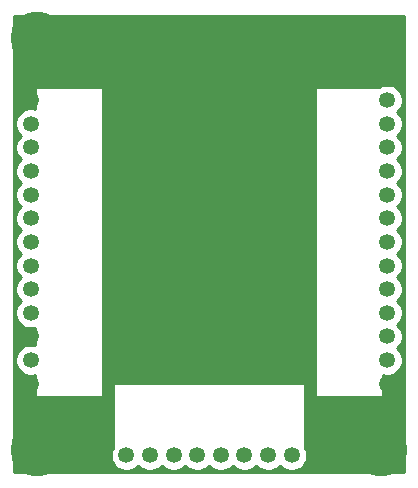
<source format=gbr>
%TF.GenerationSoftware,KiCad,Pcbnew,(5.1.6)-1*%
%TF.CreationDate,2021-04-01T07:08:55+01:00*%
%TF.ProjectId,xbeesxadapter,78626565-7378-4616-9461-707465722e6b,rev?*%
%TF.SameCoordinates,Original*%
%TF.FileFunction,Copper,L2,Bot*%
%TF.FilePolarity,Positive*%
%FSLAX46Y46*%
G04 Gerber Fmt 4.6, Leading zero omitted, Abs format (unit mm)*
G04 Created by KiCad (PCBNEW (5.1.6)-1) date 2021-04-01 07:08:55*
%MOMM*%
%LPD*%
G01*
G04 APERTURE LIST*
%TA.AperFunction,ComponentPad*%
%ADD10R,2.790000X2.790000*%
%TD*%
%TA.AperFunction,ComponentPad*%
%ADD11C,1.350000*%
%TD*%
%TA.AperFunction,ComponentPad*%
%ADD12C,4.500000*%
%TD*%
%TA.AperFunction,Conductor*%
%ADD13C,0.500000*%
%TD*%
%TA.AperFunction,Conductor*%
%ADD14C,0.250000*%
%TD*%
%TA.AperFunction,Conductor*%
%ADD15C,0.254000*%
%TD*%
G04 APERTURE END LIST*
D10*
%TO.P,U1,M*%
%TO.N,GND*%
X143807500Y-57709500D03*
D11*
%TO.P,U1,1*%
X133600000Y-54780000D03*
%TO.P,U1,2*%
%TO.N,Net-(U1-Pad2)*%
X133600000Y-56780000D03*
%TO.P,U1,3*%
%TO.N,Net-(U1-Pad3)*%
X133600000Y-58780000D03*
%TO.P,U1,4*%
%TO.N,Net-(U1-Pad4)*%
X133600000Y-60780000D03*
%TO.P,U1,5*%
%TO.N,Net-(U1-Pad5)*%
X133600000Y-62780000D03*
%TO.P,U1,6*%
%TO.N,Net-(U1-Pad6)*%
X133600000Y-64780000D03*
%TO.P,U1,7*%
%TO.N,Net-(U1-Pad7)*%
X133600000Y-66780000D03*
%TO.P,U1,8*%
%TO.N,Net-(U1-Pad8)*%
X133600000Y-68780000D03*
%TO.P,U1,9*%
%TO.N,Net-(U1-Pad9)*%
X133600000Y-70780000D03*
%TO.P,U1,10*%
%TO.N,Net-(U1-Pad10)*%
X133600000Y-72780000D03*
%TO.P,U1,11*%
%TO.N,GND*%
X133600000Y-74780000D03*
%TO.P,U1,12*%
%TO.N,Net-(U1-Pad12)*%
X133600000Y-76780000D03*
%TO.P,U1,13*%
%TO.N,GND*%
X133600000Y-78780000D03*
%TO.P,U1,14*%
%TO.N,Net-(U1-Pad14)*%
X141700000Y-84862000D03*
%TO.P,U1,15*%
%TO.N,Net-(U1-Pad15)*%
X143700000Y-84862000D03*
%TO.P,U1,16*%
%TO.N,Net-(U1-Pad16)*%
X145700000Y-84862000D03*
%TO.P,U1,17*%
%TO.N,Net-(U1-Pad17)*%
X147700000Y-84862000D03*
%TO.P,U1,18*%
%TO.N,Net-(U1-Pad18)*%
X149700000Y-84862000D03*
%TO.P,U1,19*%
%TO.N,Net-(U1-Pad19)*%
X151700000Y-84862000D03*
%TO.P,U1,20*%
%TO.N,Net-(U1-Pad20)*%
X153700000Y-84862000D03*
%TO.P,U1,21*%
%TO.N,Net-(U1-Pad21)*%
X155700000Y-84862000D03*
%TO.P,U1,22*%
%TO.N,GND*%
X163800000Y-78780000D03*
%TO.P,U1,23*%
%TO.N,Net-(U1-Pad23)*%
X163800000Y-76780000D03*
%TO.P,U1,24*%
%TO.N,Net-(U1-Pad24)*%
X163800000Y-74780000D03*
%TO.P,U1,25*%
%TO.N,Net-(U1-Pad25)*%
X163800000Y-72780000D03*
%TO.P,U1,26*%
%TO.N,Net-(U1-Pad26)*%
X163800000Y-70780000D03*
%TO.P,U1,27*%
%TO.N,Net-(U1-Pad27)*%
X163800000Y-68780000D03*
%TO.P,U1,28*%
%TO.N,Net-(U1-Pad28)*%
X163800000Y-66780000D03*
%TO.P,U1,29*%
%TO.N,Net-(U1-Pad29)*%
X163800000Y-64780000D03*
%TO.P,U1,30*%
%TO.N,Net-(U1-Pad30)*%
X163800000Y-62780000D03*
%TO.P,U1,31*%
%TO.N,Net-(U1-Pad31)*%
X163800000Y-60780000D03*
%TO.P,U1,32*%
%TO.N,Net-(U1-Pad32)*%
X163800000Y-58780000D03*
%TO.P,U1,33*%
%TO.N,Net-(U1-Pad33)*%
X163800000Y-56780000D03*
%TO.P,U1,34*%
%TO.N,Net-(U1-Pad34)*%
X163800000Y-54780000D03*
D12*
%TO.P,U1,M*%
%TO.N,GND*%
X163300000Y-84380000D03*
X134100000Y-84380000D03*
X134100000Y-49530000D03*
%TD*%
D13*
%TO.N,GND*%
X136700000Y-81780000D02*
X134100000Y-84380000D01*
X143708500Y-57745000D02*
X143708500Y-73771500D01*
X143708500Y-73771500D02*
X140200000Y-77280000D01*
X140200000Y-77280000D02*
X140200000Y-81780000D01*
X140200000Y-81780000D02*
X136700000Y-81780000D01*
D14*
X132250000Y-77430000D02*
X133600000Y-78780000D01*
X132250000Y-76130000D02*
X132250000Y-77430000D01*
X133600000Y-74780000D02*
X132250000Y-76130000D01*
D13*
X143708500Y-73788500D02*
X143708500Y-73771500D01*
X146200000Y-76280000D02*
X143708500Y-73788500D01*
X155200000Y-76280000D02*
X146200000Y-76280000D01*
X157200000Y-78280000D02*
X155200000Y-76280000D01*
X158200000Y-81780000D02*
X157200000Y-80780000D01*
X160700000Y-81780000D02*
X158200000Y-81780000D01*
X157200000Y-80780000D02*
X157200000Y-78280000D01*
X163300000Y-84380000D02*
X160700000Y-81780000D01*
X135950000Y-49530000D02*
X134100000Y-49530000D01*
X143708500Y-57288500D02*
X135950000Y-49530000D01*
X143708500Y-57745000D02*
X143708500Y-57288500D01*
%TD*%
D15*
%TO.N,GND*%
G36*
X165170001Y-86250000D02*
G01*
X132230000Y-86250000D01*
X132230000Y-84732976D01*
X140390000Y-84732976D01*
X140390000Y-84991024D01*
X140440342Y-85244113D01*
X140539093Y-85482518D01*
X140682456Y-85697077D01*
X140864923Y-85879544D01*
X141079482Y-86022907D01*
X141317887Y-86121658D01*
X141570976Y-86172000D01*
X141829024Y-86172000D01*
X142082113Y-86121658D01*
X142320518Y-86022907D01*
X142535077Y-85879544D01*
X142700000Y-85714621D01*
X142864923Y-85879544D01*
X143079482Y-86022907D01*
X143317887Y-86121658D01*
X143570976Y-86172000D01*
X143829024Y-86172000D01*
X144082113Y-86121658D01*
X144320518Y-86022907D01*
X144535077Y-85879544D01*
X144700000Y-85714621D01*
X144864923Y-85879544D01*
X145079482Y-86022907D01*
X145317887Y-86121658D01*
X145570976Y-86172000D01*
X145829024Y-86172000D01*
X146082113Y-86121658D01*
X146320518Y-86022907D01*
X146535077Y-85879544D01*
X146700000Y-85714621D01*
X146864923Y-85879544D01*
X147079482Y-86022907D01*
X147317887Y-86121658D01*
X147570976Y-86172000D01*
X147829024Y-86172000D01*
X148082113Y-86121658D01*
X148320518Y-86022907D01*
X148535077Y-85879544D01*
X148700000Y-85714621D01*
X148864923Y-85879544D01*
X149079482Y-86022907D01*
X149317887Y-86121658D01*
X149570976Y-86172000D01*
X149829024Y-86172000D01*
X150082113Y-86121658D01*
X150320518Y-86022907D01*
X150535077Y-85879544D01*
X150700000Y-85714621D01*
X150864923Y-85879544D01*
X151079482Y-86022907D01*
X151317887Y-86121658D01*
X151570976Y-86172000D01*
X151829024Y-86172000D01*
X152082113Y-86121658D01*
X152320518Y-86022907D01*
X152535077Y-85879544D01*
X152700000Y-85714621D01*
X152864923Y-85879544D01*
X153079482Y-86022907D01*
X153317887Y-86121658D01*
X153570976Y-86172000D01*
X153829024Y-86172000D01*
X154082113Y-86121658D01*
X154320518Y-86022907D01*
X154535077Y-85879544D01*
X154700000Y-85714621D01*
X154864923Y-85879544D01*
X155079482Y-86022907D01*
X155317887Y-86121658D01*
X155570976Y-86172000D01*
X155829024Y-86172000D01*
X156082113Y-86121658D01*
X156320518Y-86022907D01*
X156535077Y-85879544D01*
X156717544Y-85697077D01*
X156860907Y-85482518D01*
X156959658Y-85244113D01*
X157010000Y-84991024D01*
X157010000Y-84732976D01*
X156959658Y-84479887D01*
X156860907Y-84241482D01*
X156827000Y-84190736D01*
X156827000Y-78862000D01*
X156824560Y-78837224D01*
X156817333Y-78813399D01*
X156805597Y-78791443D01*
X156789803Y-78772197D01*
X156770557Y-78756403D01*
X156748601Y-78744667D01*
X156724776Y-78737440D01*
X156700000Y-78735000D01*
X140700000Y-78735000D01*
X140675224Y-78737440D01*
X140651399Y-78744667D01*
X140629443Y-78756403D01*
X140610197Y-78772197D01*
X140594403Y-78791443D01*
X140582667Y-78813399D01*
X140575440Y-78837224D01*
X140573000Y-78862000D01*
X140573000Y-84190736D01*
X140539093Y-84241482D01*
X140440342Y-84479887D01*
X140390000Y-84732976D01*
X132230000Y-84732976D01*
X132230000Y-56650976D01*
X132290000Y-56650976D01*
X132290000Y-56909024D01*
X132340342Y-57162113D01*
X132439093Y-57400518D01*
X132582456Y-57615077D01*
X132747379Y-57780000D01*
X132582456Y-57944923D01*
X132439093Y-58159482D01*
X132340342Y-58397887D01*
X132290000Y-58650976D01*
X132290000Y-58909024D01*
X132340342Y-59162113D01*
X132439093Y-59400518D01*
X132582456Y-59615077D01*
X132747379Y-59780000D01*
X132582456Y-59944923D01*
X132439093Y-60159482D01*
X132340342Y-60397887D01*
X132290000Y-60650976D01*
X132290000Y-60909024D01*
X132340342Y-61162113D01*
X132439093Y-61400518D01*
X132582456Y-61615077D01*
X132747379Y-61780000D01*
X132582456Y-61944923D01*
X132439093Y-62159482D01*
X132340342Y-62397887D01*
X132290000Y-62650976D01*
X132290000Y-62909024D01*
X132340342Y-63162113D01*
X132439093Y-63400518D01*
X132582456Y-63615077D01*
X132747379Y-63780000D01*
X132582456Y-63944923D01*
X132439093Y-64159482D01*
X132340342Y-64397887D01*
X132290000Y-64650976D01*
X132290000Y-64909024D01*
X132340342Y-65162113D01*
X132439093Y-65400518D01*
X132582456Y-65615077D01*
X132747379Y-65780000D01*
X132582456Y-65944923D01*
X132439093Y-66159482D01*
X132340342Y-66397887D01*
X132290000Y-66650976D01*
X132290000Y-66909024D01*
X132340342Y-67162113D01*
X132439093Y-67400518D01*
X132582456Y-67615077D01*
X132747379Y-67780000D01*
X132582456Y-67944923D01*
X132439093Y-68159482D01*
X132340342Y-68397887D01*
X132290000Y-68650976D01*
X132290000Y-68909024D01*
X132340342Y-69162113D01*
X132439093Y-69400518D01*
X132582456Y-69615077D01*
X132747379Y-69780000D01*
X132582456Y-69944923D01*
X132439093Y-70159482D01*
X132340342Y-70397887D01*
X132290000Y-70650976D01*
X132290000Y-70909024D01*
X132340342Y-71162113D01*
X132439093Y-71400518D01*
X132582456Y-71615077D01*
X132747379Y-71780000D01*
X132582456Y-71944923D01*
X132439093Y-72159482D01*
X132340342Y-72397887D01*
X132290000Y-72650976D01*
X132290000Y-72909024D01*
X132340342Y-73162113D01*
X132439093Y-73400518D01*
X132582456Y-73615077D01*
X132764923Y-73797544D01*
X132979482Y-73940907D01*
X133217887Y-74039658D01*
X133470976Y-74090000D01*
X133729024Y-74090000D01*
X133973000Y-74041471D01*
X133973000Y-75518529D01*
X133729024Y-75470000D01*
X133470976Y-75470000D01*
X133217887Y-75520342D01*
X132979482Y-75619093D01*
X132764923Y-75762456D01*
X132582456Y-75944923D01*
X132439093Y-76159482D01*
X132340342Y-76397887D01*
X132290000Y-76650976D01*
X132290000Y-76909024D01*
X132340342Y-77162113D01*
X132439093Y-77400518D01*
X132582456Y-77615077D01*
X132764923Y-77797544D01*
X132979482Y-77940907D01*
X133217887Y-78039658D01*
X133470976Y-78090000D01*
X133729024Y-78090000D01*
X133973000Y-78041471D01*
X133973000Y-79780000D01*
X133975440Y-79804776D01*
X133982667Y-79828601D01*
X133994403Y-79850557D01*
X134010197Y-79869803D01*
X134029443Y-79885597D01*
X134051399Y-79897333D01*
X134075224Y-79904560D01*
X134100000Y-79907000D01*
X139600000Y-79907000D01*
X139624776Y-79904560D01*
X139648601Y-79897333D01*
X139670557Y-79885597D01*
X139689803Y-79869803D01*
X139705597Y-79850557D01*
X139717333Y-79828601D01*
X139724560Y-79804776D01*
X139727000Y-79780000D01*
X139727000Y-53780000D01*
X157673000Y-53780000D01*
X157673000Y-79780000D01*
X157675440Y-79804776D01*
X157682667Y-79828601D01*
X157694403Y-79850557D01*
X157710197Y-79869803D01*
X157729443Y-79885597D01*
X157751399Y-79897333D01*
X157775224Y-79904560D01*
X157800000Y-79907000D01*
X163300000Y-79907000D01*
X163324776Y-79904560D01*
X163348601Y-79897333D01*
X163370557Y-79885597D01*
X163389803Y-79869803D01*
X163405597Y-79850557D01*
X163417333Y-79828601D01*
X163424560Y-79804776D01*
X163427000Y-79780000D01*
X163427000Y-78041471D01*
X163670976Y-78090000D01*
X163929024Y-78090000D01*
X164182113Y-78039658D01*
X164420518Y-77940907D01*
X164635077Y-77797544D01*
X164817544Y-77615077D01*
X164960907Y-77400518D01*
X165059658Y-77162113D01*
X165110000Y-76909024D01*
X165110000Y-76650976D01*
X165059658Y-76397887D01*
X164960907Y-76159482D01*
X164817544Y-75944923D01*
X164652621Y-75780000D01*
X164817544Y-75615077D01*
X164960907Y-75400518D01*
X165059658Y-75162113D01*
X165110000Y-74909024D01*
X165110000Y-74650976D01*
X165059658Y-74397887D01*
X164960907Y-74159482D01*
X164817544Y-73944923D01*
X164652621Y-73780000D01*
X164817544Y-73615077D01*
X164960907Y-73400518D01*
X165059658Y-73162113D01*
X165110000Y-72909024D01*
X165110000Y-72650976D01*
X165059658Y-72397887D01*
X164960907Y-72159482D01*
X164817544Y-71944923D01*
X164652621Y-71780000D01*
X164817544Y-71615077D01*
X164960907Y-71400518D01*
X165059658Y-71162113D01*
X165110000Y-70909024D01*
X165110000Y-70650976D01*
X165059658Y-70397887D01*
X164960907Y-70159482D01*
X164817544Y-69944923D01*
X164652621Y-69780000D01*
X164817544Y-69615077D01*
X164960907Y-69400518D01*
X165059658Y-69162113D01*
X165110000Y-68909024D01*
X165110000Y-68650976D01*
X165059658Y-68397887D01*
X164960907Y-68159482D01*
X164817544Y-67944923D01*
X164652621Y-67780000D01*
X164817544Y-67615077D01*
X164960907Y-67400518D01*
X165059658Y-67162113D01*
X165110000Y-66909024D01*
X165110000Y-66650976D01*
X165059658Y-66397887D01*
X164960907Y-66159482D01*
X164817544Y-65944923D01*
X164652621Y-65780000D01*
X164817544Y-65615077D01*
X164960907Y-65400518D01*
X165059658Y-65162113D01*
X165110000Y-64909024D01*
X165110000Y-64650976D01*
X165059658Y-64397887D01*
X164960907Y-64159482D01*
X164817544Y-63944923D01*
X164652621Y-63780000D01*
X164817544Y-63615077D01*
X164960907Y-63400518D01*
X165059658Y-63162113D01*
X165110000Y-62909024D01*
X165110000Y-62650976D01*
X165059658Y-62397887D01*
X164960907Y-62159482D01*
X164817544Y-61944923D01*
X164652621Y-61780000D01*
X164817544Y-61615077D01*
X164960907Y-61400518D01*
X165059658Y-61162113D01*
X165110000Y-60909024D01*
X165110000Y-60650976D01*
X165059658Y-60397887D01*
X164960907Y-60159482D01*
X164817544Y-59944923D01*
X164652621Y-59780000D01*
X164817544Y-59615077D01*
X164960907Y-59400518D01*
X165059658Y-59162113D01*
X165110000Y-58909024D01*
X165110000Y-58650976D01*
X165059658Y-58397887D01*
X164960907Y-58159482D01*
X164817544Y-57944923D01*
X164652621Y-57780000D01*
X164817544Y-57615077D01*
X164960907Y-57400518D01*
X165059658Y-57162113D01*
X165110000Y-56909024D01*
X165110000Y-56650976D01*
X165059658Y-56397887D01*
X164960907Y-56159482D01*
X164817544Y-55944923D01*
X164652621Y-55780000D01*
X164817544Y-55615077D01*
X164960907Y-55400518D01*
X165059658Y-55162113D01*
X165110000Y-54909024D01*
X165110000Y-54650976D01*
X165059658Y-54397887D01*
X164960907Y-54159482D01*
X164817544Y-53944923D01*
X164635077Y-53762456D01*
X164420518Y-53619093D01*
X164182113Y-53520342D01*
X163929024Y-53470000D01*
X163670976Y-53470000D01*
X163417887Y-53520342D01*
X163179482Y-53619093D01*
X163128736Y-53653000D01*
X157800000Y-53653000D01*
X157775224Y-53655440D01*
X157751399Y-53662667D01*
X157729443Y-53674403D01*
X157710197Y-53690197D01*
X157694403Y-53709443D01*
X157682667Y-53731399D01*
X157675440Y-53755224D01*
X157673000Y-53780000D01*
X139727000Y-53780000D01*
X139724560Y-53755224D01*
X139717333Y-53731399D01*
X139705597Y-53709443D01*
X139689803Y-53690197D01*
X139670557Y-53674403D01*
X139648601Y-53662667D01*
X139624776Y-53655440D01*
X139600000Y-53653000D01*
X134100000Y-53653000D01*
X134075224Y-53655440D01*
X134051399Y-53662667D01*
X134029443Y-53674403D01*
X134010197Y-53690197D01*
X133994403Y-53709443D01*
X133982667Y-53731399D01*
X133975440Y-53755224D01*
X133973000Y-53780000D01*
X133973000Y-55518529D01*
X133729024Y-55470000D01*
X133470976Y-55470000D01*
X133217887Y-55520342D01*
X132979482Y-55619093D01*
X132764923Y-55762456D01*
X132582456Y-55944923D01*
X132439093Y-56159482D01*
X132340342Y-56397887D01*
X132290000Y-56650976D01*
X132230000Y-56650976D01*
X132230000Y-47660000D01*
X165170000Y-47660000D01*
X165170001Y-86250000D01*
G37*
X165170001Y-86250000D02*
X132230000Y-86250000D01*
X132230000Y-84732976D01*
X140390000Y-84732976D01*
X140390000Y-84991024D01*
X140440342Y-85244113D01*
X140539093Y-85482518D01*
X140682456Y-85697077D01*
X140864923Y-85879544D01*
X141079482Y-86022907D01*
X141317887Y-86121658D01*
X141570976Y-86172000D01*
X141829024Y-86172000D01*
X142082113Y-86121658D01*
X142320518Y-86022907D01*
X142535077Y-85879544D01*
X142700000Y-85714621D01*
X142864923Y-85879544D01*
X143079482Y-86022907D01*
X143317887Y-86121658D01*
X143570976Y-86172000D01*
X143829024Y-86172000D01*
X144082113Y-86121658D01*
X144320518Y-86022907D01*
X144535077Y-85879544D01*
X144700000Y-85714621D01*
X144864923Y-85879544D01*
X145079482Y-86022907D01*
X145317887Y-86121658D01*
X145570976Y-86172000D01*
X145829024Y-86172000D01*
X146082113Y-86121658D01*
X146320518Y-86022907D01*
X146535077Y-85879544D01*
X146700000Y-85714621D01*
X146864923Y-85879544D01*
X147079482Y-86022907D01*
X147317887Y-86121658D01*
X147570976Y-86172000D01*
X147829024Y-86172000D01*
X148082113Y-86121658D01*
X148320518Y-86022907D01*
X148535077Y-85879544D01*
X148700000Y-85714621D01*
X148864923Y-85879544D01*
X149079482Y-86022907D01*
X149317887Y-86121658D01*
X149570976Y-86172000D01*
X149829024Y-86172000D01*
X150082113Y-86121658D01*
X150320518Y-86022907D01*
X150535077Y-85879544D01*
X150700000Y-85714621D01*
X150864923Y-85879544D01*
X151079482Y-86022907D01*
X151317887Y-86121658D01*
X151570976Y-86172000D01*
X151829024Y-86172000D01*
X152082113Y-86121658D01*
X152320518Y-86022907D01*
X152535077Y-85879544D01*
X152700000Y-85714621D01*
X152864923Y-85879544D01*
X153079482Y-86022907D01*
X153317887Y-86121658D01*
X153570976Y-86172000D01*
X153829024Y-86172000D01*
X154082113Y-86121658D01*
X154320518Y-86022907D01*
X154535077Y-85879544D01*
X154700000Y-85714621D01*
X154864923Y-85879544D01*
X155079482Y-86022907D01*
X155317887Y-86121658D01*
X155570976Y-86172000D01*
X155829024Y-86172000D01*
X156082113Y-86121658D01*
X156320518Y-86022907D01*
X156535077Y-85879544D01*
X156717544Y-85697077D01*
X156860907Y-85482518D01*
X156959658Y-85244113D01*
X157010000Y-84991024D01*
X157010000Y-84732976D01*
X156959658Y-84479887D01*
X156860907Y-84241482D01*
X156827000Y-84190736D01*
X156827000Y-78862000D01*
X156824560Y-78837224D01*
X156817333Y-78813399D01*
X156805597Y-78791443D01*
X156789803Y-78772197D01*
X156770557Y-78756403D01*
X156748601Y-78744667D01*
X156724776Y-78737440D01*
X156700000Y-78735000D01*
X140700000Y-78735000D01*
X140675224Y-78737440D01*
X140651399Y-78744667D01*
X140629443Y-78756403D01*
X140610197Y-78772197D01*
X140594403Y-78791443D01*
X140582667Y-78813399D01*
X140575440Y-78837224D01*
X140573000Y-78862000D01*
X140573000Y-84190736D01*
X140539093Y-84241482D01*
X140440342Y-84479887D01*
X140390000Y-84732976D01*
X132230000Y-84732976D01*
X132230000Y-56650976D01*
X132290000Y-56650976D01*
X132290000Y-56909024D01*
X132340342Y-57162113D01*
X132439093Y-57400518D01*
X132582456Y-57615077D01*
X132747379Y-57780000D01*
X132582456Y-57944923D01*
X132439093Y-58159482D01*
X132340342Y-58397887D01*
X132290000Y-58650976D01*
X132290000Y-58909024D01*
X132340342Y-59162113D01*
X132439093Y-59400518D01*
X132582456Y-59615077D01*
X132747379Y-59780000D01*
X132582456Y-59944923D01*
X132439093Y-60159482D01*
X132340342Y-60397887D01*
X132290000Y-60650976D01*
X132290000Y-60909024D01*
X132340342Y-61162113D01*
X132439093Y-61400518D01*
X132582456Y-61615077D01*
X132747379Y-61780000D01*
X132582456Y-61944923D01*
X132439093Y-62159482D01*
X132340342Y-62397887D01*
X132290000Y-62650976D01*
X132290000Y-62909024D01*
X132340342Y-63162113D01*
X132439093Y-63400518D01*
X132582456Y-63615077D01*
X132747379Y-63780000D01*
X132582456Y-63944923D01*
X132439093Y-64159482D01*
X132340342Y-64397887D01*
X132290000Y-64650976D01*
X132290000Y-64909024D01*
X132340342Y-65162113D01*
X132439093Y-65400518D01*
X132582456Y-65615077D01*
X132747379Y-65780000D01*
X132582456Y-65944923D01*
X132439093Y-66159482D01*
X132340342Y-66397887D01*
X132290000Y-66650976D01*
X132290000Y-66909024D01*
X132340342Y-67162113D01*
X132439093Y-67400518D01*
X132582456Y-67615077D01*
X132747379Y-67780000D01*
X132582456Y-67944923D01*
X132439093Y-68159482D01*
X132340342Y-68397887D01*
X132290000Y-68650976D01*
X132290000Y-68909024D01*
X132340342Y-69162113D01*
X132439093Y-69400518D01*
X132582456Y-69615077D01*
X132747379Y-69780000D01*
X132582456Y-69944923D01*
X132439093Y-70159482D01*
X132340342Y-70397887D01*
X132290000Y-70650976D01*
X132290000Y-70909024D01*
X132340342Y-71162113D01*
X132439093Y-71400518D01*
X132582456Y-71615077D01*
X132747379Y-71780000D01*
X132582456Y-71944923D01*
X132439093Y-72159482D01*
X132340342Y-72397887D01*
X132290000Y-72650976D01*
X132290000Y-72909024D01*
X132340342Y-73162113D01*
X132439093Y-73400518D01*
X132582456Y-73615077D01*
X132764923Y-73797544D01*
X132979482Y-73940907D01*
X133217887Y-74039658D01*
X133470976Y-74090000D01*
X133729024Y-74090000D01*
X133973000Y-74041471D01*
X133973000Y-75518529D01*
X133729024Y-75470000D01*
X133470976Y-75470000D01*
X133217887Y-75520342D01*
X132979482Y-75619093D01*
X132764923Y-75762456D01*
X132582456Y-75944923D01*
X132439093Y-76159482D01*
X132340342Y-76397887D01*
X132290000Y-76650976D01*
X132290000Y-76909024D01*
X132340342Y-77162113D01*
X132439093Y-77400518D01*
X132582456Y-77615077D01*
X132764923Y-77797544D01*
X132979482Y-77940907D01*
X133217887Y-78039658D01*
X133470976Y-78090000D01*
X133729024Y-78090000D01*
X133973000Y-78041471D01*
X133973000Y-79780000D01*
X133975440Y-79804776D01*
X133982667Y-79828601D01*
X133994403Y-79850557D01*
X134010197Y-79869803D01*
X134029443Y-79885597D01*
X134051399Y-79897333D01*
X134075224Y-79904560D01*
X134100000Y-79907000D01*
X139600000Y-79907000D01*
X139624776Y-79904560D01*
X139648601Y-79897333D01*
X139670557Y-79885597D01*
X139689803Y-79869803D01*
X139705597Y-79850557D01*
X139717333Y-79828601D01*
X139724560Y-79804776D01*
X139727000Y-79780000D01*
X139727000Y-53780000D01*
X157673000Y-53780000D01*
X157673000Y-79780000D01*
X157675440Y-79804776D01*
X157682667Y-79828601D01*
X157694403Y-79850557D01*
X157710197Y-79869803D01*
X157729443Y-79885597D01*
X157751399Y-79897333D01*
X157775224Y-79904560D01*
X157800000Y-79907000D01*
X163300000Y-79907000D01*
X163324776Y-79904560D01*
X163348601Y-79897333D01*
X163370557Y-79885597D01*
X163389803Y-79869803D01*
X163405597Y-79850557D01*
X163417333Y-79828601D01*
X163424560Y-79804776D01*
X163427000Y-79780000D01*
X163427000Y-78041471D01*
X163670976Y-78090000D01*
X163929024Y-78090000D01*
X164182113Y-78039658D01*
X164420518Y-77940907D01*
X164635077Y-77797544D01*
X164817544Y-77615077D01*
X164960907Y-77400518D01*
X165059658Y-77162113D01*
X165110000Y-76909024D01*
X165110000Y-76650976D01*
X165059658Y-76397887D01*
X164960907Y-76159482D01*
X164817544Y-75944923D01*
X164652621Y-75780000D01*
X164817544Y-75615077D01*
X164960907Y-75400518D01*
X165059658Y-75162113D01*
X165110000Y-74909024D01*
X165110000Y-74650976D01*
X165059658Y-74397887D01*
X164960907Y-74159482D01*
X164817544Y-73944923D01*
X164652621Y-73780000D01*
X164817544Y-73615077D01*
X164960907Y-73400518D01*
X165059658Y-73162113D01*
X165110000Y-72909024D01*
X165110000Y-72650976D01*
X165059658Y-72397887D01*
X164960907Y-72159482D01*
X164817544Y-71944923D01*
X164652621Y-71780000D01*
X164817544Y-71615077D01*
X164960907Y-71400518D01*
X165059658Y-71162113D01*
X165110000Y-70909024D01*
X165110000Y-70650976D01*
X165059658Y-70397887D01*
X164960907Y-70159482D01*
X164817544Y-69944923D01*
X164652621Y-69780000D01*
X164817544Y-69615077D01*
X164960907Y-69400518D01*
X165059658Y-69162113D01*
X165110000Y-68909024D01*
X165110000Y-68650976D01*
X165059658Y-68397887D01*
X164960907Y-68159482D01*
X164817544Y-67944923D01*
X164652621Y-67780000D01*
X164817544Y-67615077D01*
X164960907Y-67400518D01*
X165059658Y-67162113D01*
X165110000Y-66909024D01*
X165110000Y-66650976D01*
X165059658Y-66397887D01*
X164960907Y-66159482D01*
X164817544Y-65944923D01*
X164652621Y-65780000D01*
X164817544Y-65615077D01*
X164960907Y-65400518D01*
X165059658Y-65162113D01*
X165110000Y-64909024D01*
X165110000Y-64650976D01*
X165059658Y-64397887D01*
X164960907Y-64159482D01*
X164817544Y-63944923D01*
X164652621Y-63780000D01*
X164817544Y-63615077D01*
X164960907Y-63400518D01*
X165059658Y-63162113D01*
X165110000Y-62909024D01*
X165110000Y-62650976D01*
X165059658Y-62397887D01*
X164960907Y-62159482D01*
X164817544Y-61944923D01*
X164652621Y-61780000D01*
X164817544Y-61615077D01*
X164960907Y-61400518D01*
X165059658Y-61162113D01*
X165110000Y-60909024D01*
X165110000Y-60650976D01*
X165059658Y-60397887D01*
X164960907Y-60159482D01*
X164817544Y-59944923D01*
X164652621Y-59780000D01*
X164817544Y-59615077D01*
X164960907Y-59400518D01*
X165059658Y-59162113D01*
X165110000Y-58909024D01*
X165110000Y-58650976D01*
X165059658Y-58397887D01*
X164960907Y-58159482D01*
X164817544Y-57944923D01*
X164652621Y-57780000D01*
X164817544Y-57615077D01*
X164960907Y-57400518D01*
X165059658Y-57162113D01*
X165110000Y-56909024D01*
X165110000Y-56650976D01*
X165059658Y-56397887D01*
X164960907Y-56159482D01*
X164817544Y-55944923D01*
X164652621Y-55780000D01*
X164817544Y-55615077D01*
X164960907Y-55400518D01*
X165059658Y-55162113D01*
X165110000Y-54909024D01*
X165110000Y-54650976D01*
X165059658Y-54397887D01*
X164960907Y-54159482D01*
X164817544Y-53944923D01*
X164635077Y-53762456D01*
X164420518Y-53619093D01*
X164182113Y-53520342D01*
X163929024Y-53470000D01*
X163670976Y-53470000D01*
X163417887Y-53520342D01*
X163179482Y-53619093D01*
X163128736Y-53653000D01*
X157800000Y-53653000D01*
X157775224Y-53655440D01*
X157751399Y-53662667D01*
X157729443Y-53674403D01*
X157710197Y-53690197D01*
X157694403Y-53709443D01*
X157682667Y-53731399D01*
X157675440Y-53755224D01*
X157673000Y-53780000D01*
X139727000Y-53780000D01*
X139724560Y-53755224D01*
X139717333Y-53731399D01*
X139705597Y-53709443D01*
X139689803Y-53690197D01*
X139670557Y-53674403D01*
X139648601Y-53662667D01*
X139624776Y-53655440D01*
X139600000Y-53653000D01*
X134100000Y-53653000D01*
X134075224Y-53655440D01*
X134051399Y-53662667D01*
X134029443Y-53674403D01*
X134010197Y-53690197D01*
X133994403Y-53709443D01*
X133982667Y-53731399D01*
X133975440Y-53755224D01*
X133973000Y-53780000D01*
X133973000Y-55518529D01*
X133729024Y-55470000D01*
X133470976Y-55470000D01*
X133217887Y-55520342D01*
X132979482Y-55619093D01*
X132764923Y-55762456D01*
X132582456Y-55944923D01*
X132439093Y-56159482D01*
X132340342Y-56397887D01*
X132290000Y-56650976D01*
X132230000Y-56650976D01*
X132230000Y-47660000D01*
X165170000Y-47660000D01*
X165170001Y-86250000D01*
%TD*%
M02*

</source>
